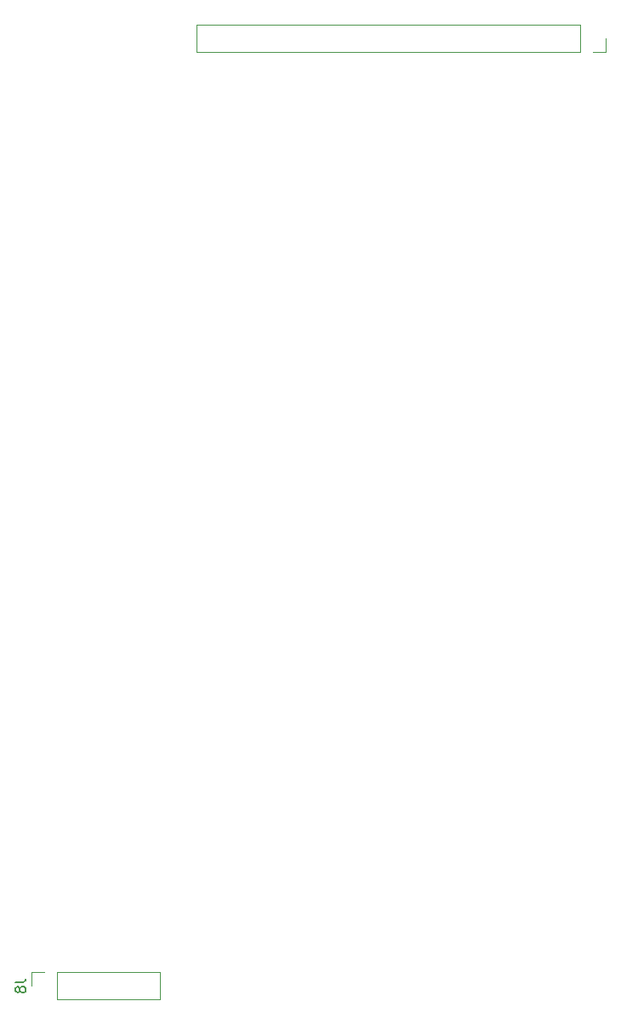
<source format=gbr>
%TF.GenerationSoftware,KiCad,Pcbnew,(6.0.8)*%
%TF.CreationDate,2023-07-19T02:04:09+05:30*%
%TF.ProjectId,STM32DryerPCB_V2,53544d33-3244-4727-9965-725043425f56,rev?*%
%TF.SameCoordinates,Original*%
%TF.FileFunction,Legend,Bot*%
%TF.FilePolarity,Positive*%
%FSLAX46Y46*%
G04 Gerber Fmt 4.6, Leading zero omitted, Abs format (unit mm)*
G04 Created by KiCad (PCBNEW (6.0.8)) date 2023-07-19 02:04:09*
%MOMM*%
%LPD*%
G01*
G04 APERTURE LIST*
%ADD10C,0.150000*%
%ADD11C,0.120000*%
G04 APERTURE END LIST*
D10*
%TO.C,J8*%
X120261580Y-127276266D02*
X120975866Y-127276266D01*
X121118723Y-127228647D01*
X121213961Y-127133409D01*
X121261580Y-126990552D01*
X121261580Y-126895314D01*
X120690152Y-127895314D02*
X120642533Y-127800076D01*
X120594914Y-127752457D01*
X120499676Y-127704838D01*
X120452057Y-127704838D01*
X120356819Y-127752457D01*
X120309200Y-127800076D01*
X120261580Y-127895314D01*
X120261580Y-128085790D01*
X120309200Y-128181028D01*
X120356819Y-128228647D01*
X120452057Y-128276266D01*
X120499676Y-128276266D01*
X120594914Y-128228647D01*
X120642533Y-128181028D01*
X120690152Y-128085790D01*
X120690152Y-127895314D01*
X120737771Y-127800076D01*
X120785390Y-127752457D01*
X120880628Y-127704838D01*
X121071104Y-127704838D01*
X121166342Y-127752457D01*
X121213961Y-127800076D01*
X121261580Y-127895314D01*
X121261580Y-128085790D01*
X121213961Y-128181028D01*
X121166342Y-128228647D01*
X121071104Y-128276266D01*
X120880628Y-128276266D01*
X120785390Y-128228647D01*
X120737771Y-128181028D01*
X120690152Y-128085790D01*
D11*
X124409200Y-128939600D02*
X134629200Y-128939600D01*
X121809200Y-126279600D02*
X121809200Y-127609600D01*
X124409200Y-126279600D02*
X134629200Y-126279600D01*
X134629200Y-126279600D02*
X134629200Y-128939600D01*
X124409200Y-126279600D02*
X124409200Y-128939600D01*
X123139200Y-126279600D02*
X121809200Y-126279600D01*
%TO.C,J2*%
X177698400Y-34807200D02*
X179028400Y-34807200D01*
X138268400Y-34807200D02*
X138268400Y-32147200D01*
X179028400Y-34807200D02*
X179028400Y-33477200D01*
X176428400Y-34807200D02*
X138268400Y-34807200D01*
X176428400Y-34807200D02*
X176428400Y-32147200D01*
X176428400Y-32147200D02*
X138268400Y-32147200D01*
%TD*%
M02*

</source>
